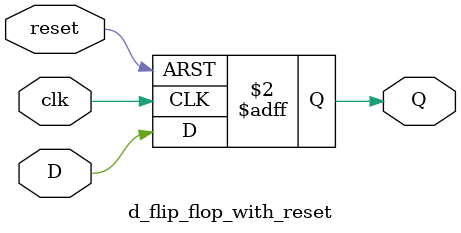
<source format=v>
module d_flip_flop_with_reset(input D, input clk, input reset, output reg Q); //Behavioural modelling
    always @(posedge clk or posedge reset) begin
        if(reset)
            Q <= 0;
        else
            Q <= D;
    end
endmodule
</source>
